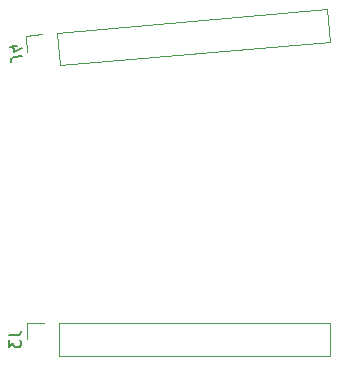
<source format=gbr>
%TF.GenerationSoftware,KiCad,Pcbnew,9.0.2*%
%TF.CreationDate,2025-06-04T19:52:49+07:00*%
%TF.ProjectId,Power Delivery Management_3.3V,506f7765-7220-4446-956c-697665727920,rev?*%
%TF.SameCoordinates,Original*%
%TF.FileFunction,Legend,Bot*%
%TF.FilePolarity,Positive*%
%FSLAX46Y46*%
G04 Gerber Fmt 4.6, Leading zero omitted, Abs format (unit mm)*
G04 Created by KiCad (PCBNEW 9.0.2) date 2025-06-04 19:52:49*
%MOMM*%
%LPD*%
G01*
G04 APERTURE LIST*
%ADD10C,0.150000*%
%ADD11C,0.120000*%
G04 APERTURE END LIST*
D10*
X45292042Y-44436547D02*
X44580474Y-44498801D01*
X44580474Y-44498801D02*
X44442311Y-44558690D01*
X44442311Y-44558690D02*
X44355736Y-44661866D01*
X44355736Y-44661866D02*
X44320749Y-44808330D01*
X44320749Y-44808330D02*
X44329049Y-44903205D01*
X44881122Y-43564280D02*
X44216992Y-43622383D01*
X45281376Y-43768267D02*
X44590560Y-44067710D01*
X44590560Y-44067710D02*
X44536606Y-43451018D01*
X44165646Y-68071026D02*
X44879931Y-68071026D01*
X44879931Y-68071026D02*
X45022788Y-68023407D01*
X45022788Y-68023407D02*
X45118027Y-67928169D01*
X45118027Y-67928169D02*
X45165646Y-67785312D01*
X45165646Y-67785312D02*
X45165646Y-67690074D01*
X44165646Y-68451979D02*
X44165646Y-69071026D01*
X44165646Y-69071026D02*
X44546598Y-68737693D01*
X44546598Y-68737693D02*
X44546598Y-68880550D01*
X44546598Y-68880550D02*
X44594217Y-68975788D01*
X44594217Y-68975788D02*
X44641836Y-69023407D01*
X44641836Y-69023407D02*
X44737074Y-69071026D01*
X44737074Y-69071026D02*
X44975169Y-69071026D01*
X44975169Y-69071026D02*
X45070407Y-69023407D01*
X45070407Y-69023407D02*
X45118027Y-68975788D01*
X45118027Y-68975788D02*
X45165646Y-68880550D01*
X45165646Y-68880550D02*
X45165646Y-68594836D01*
X45165646Y-68594836D02*
X45118027Y-68499598D01*
X45118027Y-68499598D02*
X45070407Y-68451979D01*
D11*
%TO.C,J4*%
X45595803Y-42690093D02*
X45716078Y-44064842D01*
X46970552Y-42569818D02*
X45595803Y-42690093D01*
X48235719Y-42459131D02*
X48476269Y-45208628D01*
X48235719Y-42459131D02*
X71118312Y-40457163D01*
X48476269Y-45208628D02*
X71358861Y-43206657D01*
X71118312Y-40457163D02*
X71358861Y-43206657D01*
%TO.C,J3*%
X45710827Y-67024360D02*
X45710827Y-68404360D01*
X47090827Y-67024360D02*
X45710827Y-67024360D01*
X48360827Y-67024360D02*
X48360827Y-69784360D01*
X48360827Y-67024360D02*
X71330827Y-67024360D01*
X48360827Y-69784360D02*
X71330827Y-69784360D01*
X71330827Y-67024360D02*
X71330827Y-69784360D01*
%TD*%
M02*

</source>
